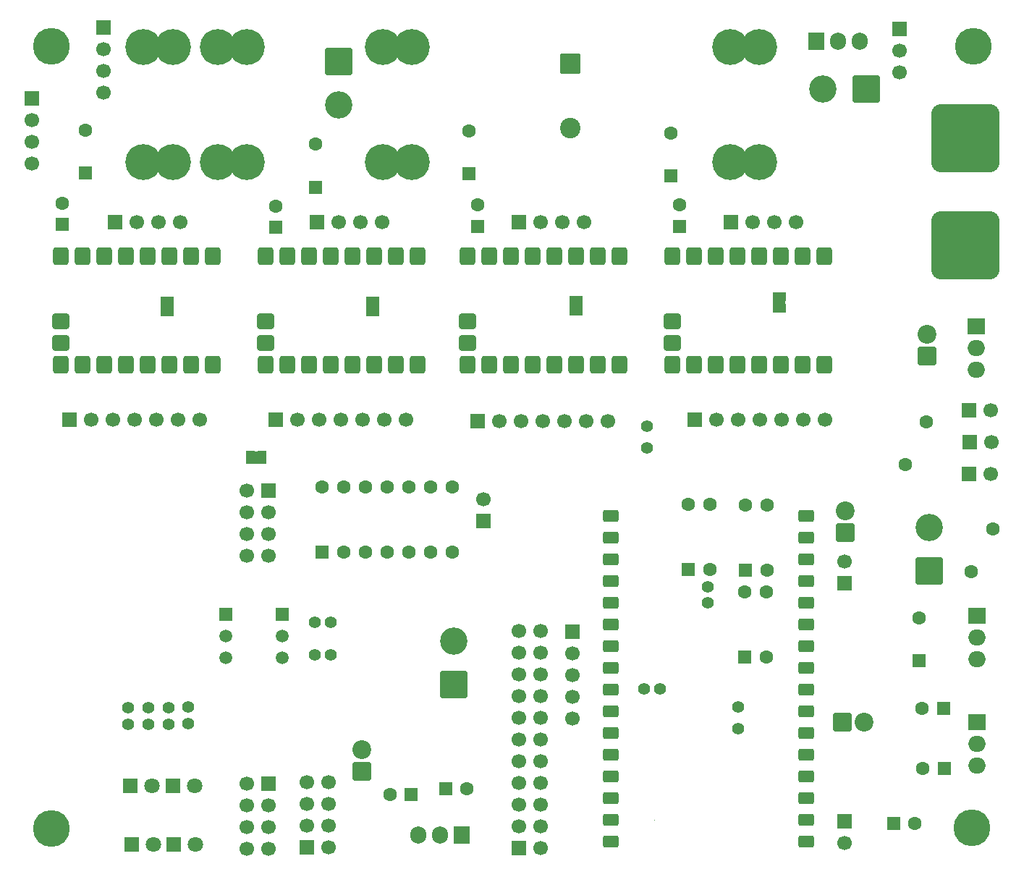
<source format=gbr>
%TF.GenerationSoftware,KiCad,Pcbnew,9.0.2*%
%TF.CreationDate,2025-08-05T21:19:51-07:00*%
%TF.ProjectId,telepresence-bot,74656c65-7072-4657-9365-6e63652d626f,rev?*%
%TF.SameCoordinates,Original*%
%TF.FileFunction,Soldermask,Top*%
%TF.FilePolarity,Negative*%
%FSLAX46Y46*%
G04 Gerber Fmt 4.6, Leading zero omitted, Abs format (unit mm)*
G04 Created by KiCad (PCBNEW 9.0.2) date 2025-08-05 21:19:51*
%MOMM*%
%LPD*%
G01*
G04 APERTURE LIST*
G04 Aperture macros list*
%AMRoundRect*
0 Rectangle with rounded corners*
0 $1 Rounding radius*
0 $2 $3 $4 $5 $6 $7 $8 $9 X,Y pos of 4 corners*
0 Add a 4 corners polygon primitive as box body*
4,1,4,$2,$3,$4,$5,$6,$7,$8,$9,$2,$3,0*
0 Add four circle primitives for the rounded corners*
1,1,$1+$1,$2,$3*
1,1,$1+$1,$4,$5*
1,1,$1+$1,$6,$7*
1,1,$1+$1,$8,$9*
0 Add four rect primitives between the rounded corners*
20,1,$1+$1,$2,$3,$4,$5,0*
20,1,$1+$1,$4,$5,$6,$7,0*
20,1,$1+$1,$6,$7,$8,$9,0*
20,1,$1+$1,$8,$9,$2,$3,0*%
G04 Aperture macros list end*
%ADD10C,0.100000*%
%ADD11RoundRect,0.250000X0.550000X-0.550000X0.550000X0.550000X-0.550000X0.550000X-0.550000X-0.550000X0*%
%ADD12C,1.600000*%
%ADD13C,1.400000*%
%ADD14R,1.500000X1.000000*%
%ADD15O,1.905000X2.000000*%
%ADD16R,1.905000X2.000000*%
%ADD17C,1.700000*%
%ADD18R,1.700000X1.700000*%
%ADD19C,3.200000*%
%ADD20RoundRect,0.250000X1.350000X1.350000X-1.350000X1.350000X-1.350000X-1.350000X1.350000X-1.350000X0*%
%ADD21RoundRect,1.200000X2.800000X-2.800000X2.800000X2.800000X-2.800000X2.800000X-2.800000X-2.800000X0*%
%ADD22C,2.200000*%
%ADD23RoundRect,0.249999X-0.850001X-0.850001X0.850001X-0.850001X0.850001X0.850001X-0.850001X0.850001X0*%
%ADD24RoundRect,0.250000X-1.350000X1.350000X-1.350000X-1.350000X1.350000X-1.350000X1.350000X1.350000X0*%
%ADD25RoundRect,0.233333X0.666667X0.466667X-0.666667X0.466667X-0.666667X-0.466667X0.666667X-0.466667X0*%
%ADD26RoundRect,0.249999X0.850001X-0.850001X0.850001X0.850001X-0.850001X0.850001X-0.850001X-0.850001X0*%
%ADD27RoundRect,0.250000X0.750000X0.650000X-0.750000X0.650000X-0.750000X-0.650000X0.750000X-0.650000X0*%
%ADD28RoundRect,0.250000X0.750000X-0.650000X0.750000X0.650000X-0.750000X0.650000X-0.750000X-0.650000X0*%
%ADD29RoundRect,0.250000X0.650000X-0.750000X0.650000X0.750000X-0.650000X0.750000X-0.650000X-0.750000X0*%
%ADD30RoundRect,0.250000X-0.650000X0.750000X-0.650000X-0.750000X0.650000X-0.750000X0.650000X0.750000X0*%
%ADD31C,2.400000*%
%ADD32RoundRect,0.250001X-0.949999X0.949999X-0.949999X-0.949999X0.949999X-0.949999X0.949999X0.949999X0*%
%ADD33RoundRect,0.250000X0.550000X0.550000X-0.550000X0.550000X-0.550000X-0.550000X0.550000X-0.550000X0*%
%ADD34C,4.200000*%
%ADD35C,1.500000*%
%ADD36R,1.500000X1.500000*%
%ADD37C,4.300000*%
%ADD38C,1.800000*%
%ADD39R,1.800000X1.800000*%
%ADD40RoundRect,0.250000X-0.550000X-0.550000X0.550000X-0.550000X0.550000X0.550000X-0.550000X0.550000X0*%
%ADD41RoundRect,0.250000X1.350000X-1.350000X1.350000X1.350000X-1.350000X1.350000X-1.350000X-1.350000X0*%
%ADD42R,1.000000X1.500000*%
%ADD43O,2.000000X1.905000*%
%ADD44R,2.000000X1.905000*%
G04 APERTURE END LIST*
%TO.C,R83*%
G36*
X30703000Y-46571000D02*
G01*
X29203000Y-46571000D01*
X29203000Y-46871000D01*
X30703000Y-46871000D01*
X30703000Y-46571000D01*
G37*
%TO.C,R68*%
G36*
X54706000Y-46571000D02*
G01*
X53206000Y-46571000D01*
X53206000Y-46871000D01*
X54706000Y-46871000D01*
X54706000Y-46571000D01*
G37*
D10*
X86906000Y-106837000D02*
X86906000Y-106837000D01*
%TO.C,R46*%
G36*
X40201000Y-63677000D02*
G01*
X40501000Y-63677000D01*
X40501000Y-65177000D01*
X40201000Y-65177000D01*
X40201000Y-63677000D01*
G37*
%TO.C,R27*%
G36*
X78545000Y-46527000D02*
G01*
X77045000Y-46527000D01*
X77045000Y-46827000D01*
X78545000Y-46827000D01*
X78545000Y-46527000D01*
G37*
%TO.C,R53*%
G36*
X102276000Y-46127000D02*
G01*
X100776000Y-46127000D01*
X100776000Y-46427000D01*
X102276000Y-46427000D01*
X102276000Y-46127000D01*
G37*
%TD*%
D11*
%TO.C,C15*%
X66275000Y-37385112D03*
D12*
X66275000Y-34885112D03*
%TD*%
D13*
%TO.C,R10*%
X85724800Y-91505500D03*
X87624800Y-91505500D03*
%TD*%
D14*
%TO.C,R83*%
X29953000Y-47371000D03*
X29953000Y-46071000D03*
%TD*%
D15*
%TO.C,U11*%
X59330800Y-108602000D03*
X61870800Y-108602000D03*
D16*
X64410800Y-108602000D03*
%TD*%
D17*
%TO.C,J17*%
X57893000Y-60027000D03*
X55353000Y-60027000D03*
X52813000Y-60027000D03*
X50273000Y-60027000D03*
X47733000Y-60027000D03*
X45193000Y-60027000D03*
D18*
X42653000Y-60027000D03*
%TD*%
D19*
%TO.C,D5*%
X106636000Y-21277000D03*
D20*
X111716000Y-21277000D03*
%TD*%
D21*
%TO.C,J4*%
X123276000Y-27077000D03*
X123276000Y-39577000D03*
%TD*%
D17*
%TO.C,J11*%
X77347200Y-94930200D03*
X77347200Y-92390200D03*
X77347200Y-89850200D03*
X77347200Y-87310200D03*
D18*
X77347200Y-84770200D03*
%TD*%
D17*
%TO.C,J2*%
X126318400Y-58913000D03*
D18*
X123778400Y-58913000D03*
%TD*%
D13*
%TO.C,R41*%
X96726000Y-93607000D03*
X96726000Y-96147000D03*
%TD*%
D22*
%TO.C,D1*%
X111451000Y-95352000D03*
D23*
X108911000Y-95352000D03*
%TD*%
D14*
%TO.C,R68*%
X53956000Y-47371000D03*
X53956000Y-46071000D03*
%TD*%
D19*
%TO.C,D8*%
X49986000Y-23177000D03*
D24*
X49986000Y-18097000D03*
%TD*%
D25*
%TO.C,U1*%
X104686000Y-109377000D03*
X104686000Y-106837000D03*
X104686000Y-104297000D03*
X104686000Y-101757000D03*
X104686000Y-99217000D03*
X104686000Y-96677000D03*
X104686000Y-94137000D03*
X104686000Y-91597000D03*
X104686000Y-89057000D03*
X104686000Y-86517000D03*
X104686000Y-83977000D03*
X104686000Y-81437000D03*
X104686000Y-78897000D03*
X104686000Y-76357000D03*
X104686000Y-73817000D03*
X104686000Y-71277000D03*
X81826000Y-109377000D03*
X81826000Y-106837000D03*
X81826000Y-104297000D03*
X81826000Y-101757000D03*
X81826000Y-99217000D03*
X81826000Y-96677000D03*
X81826000Y-94137000D03*
X81826000Y-91597000D03*
X81826000Y-89057000D03*
X81826000Y-86517000D03*
X81826000Y-83977000D03*
X81826000Y-81437000D03*
X81826000Y-78897000D03*
X81826000Y-76357000D03*
X81826000Y-73817000D03*
X81826000Y-71277000D03*
%TD*%
D22*
%TO.C,D4*%
X118850800Y-50023000D03*
D26*
X118850800Y-52563000D03*
%TD*%
D27*
%TO.C,U13*%
X89045000Y-48497000D03*
D28*
X89045000Y-51037000D03*
D29*
X106825000Y-40877000D03*
X104285000Y-40877000D03*
X101745000Y-40877000D03*
X99205000Y-40877000D03*
X96665000Y-40877000D03*
X94125000Y-40877000D03*
X91585000Y-40877000D03*
X89045000Y-40877000D03*
D30*
X106825000Y-53577000D03*
X104285000Y-53577000D03*
X101745000Y-53577000D03*
X99205000Y-53577000D03*
X96665000Y-53577000D03*
X94125000Y-53577000D03*
X91585000Y-53577000D03*
X89045000Y-53577000D03*
%TD*%
D31*
%TO.C,C17*%
X77126000Y-25877000D03*
D32*
X77126000Y-18377000D03*
%TD*%
D27*
%TO.C,U15*%
X17465000Y-48497000D03*
D28*
X17465000Y-51037000D03*
D29*
X35245000Y-40877000D03*
X32705000Y-40877000D03*
X30165000Y-40877000D03*
X27625000Y-40877000D03*
X25085000Y-40877000D03*
X22545000Y-40877000D03*
X20005000Y-40877000D03*
X17465000Y-40877000D03*
D30*
X35245000Y-53577000D03*
X32705000Y-53577000D03*
X30165000Y-53577000D03*
X27625000Y-53577000D03*
X25085000Y-53577000D03*
X22545000Y-53577000D03*
X20005000Y-53577000D03*
X17465000Y-53577000D03*
%TD*%
D12*
%TO.C,C5*%
X118241200Y-93812600D03*
D33*
X120741200Y-93812600D03*
%TD*%
D13*
%TO.C,R2*%
X27726000Y-95627000D03*
X27726000Y-93727000D03*
%TD*%
D34*
%TO.C,F6*%
X95817000Y-29834000D03*
X99217000Y-29834000D03*
X95817000Y-16364000D03*
X99217000Y-16364000D03*
%TD*%
D12*
%TO.C,U12*%
X90886000Y-69887000D03*
X93426000Y-69887000D03*
X93426000Y-77507000D03*
D11*
X90886000Y-77507000D03*
%TD*%
D35*
%TO.C,Q3*%
X43426000Y-87877000D03*
X43426000Y-85337000D03*
D36*
X43426000Y-82797000D03*
%TD*%
D37*
%TO.C,H2*%
X124076000Y-107777000D03*
%TD*%
D17*
%TO.C,J8*%
X22476000Y-21747000D03*
X22476000Y-19207000D03*
X22476000Y-16667000D03*
D18*
X22476000Y-14127000D03*
%TD*%
D35*
%TO.C,Q4*%
X36816000Y-87867000D03*
X36816000Y-85327000D03*
D36*
X36816000Y-82787000D03*
%TD*%
D13*
%TO.C,R64*%
X32426000Y-93632000D03*
X32426000Y-95532000D03*
%TD*%
D34*
%TO.C,F7*%
X39273000Y-16364000D03*
X35873000Y-16364000D03*
X39273000Y-29834000D03*
X35873000Y-29834000D03*
%TD*%
D12*
%TO.C,U9*%
X48035600Y-67853800D03*
X50575600Y-67853800D03*
X53115600Y-67853800D03*
X55655600Y-67853800D03*
X58195600Y-67853800D03*
X60735600Y-67853800D03*
X63275600Y-67853800D03*
X63275600Y-75473800D03*
X60735600Y-75473800D03*
X58195600Y-75473800D03*
X55655600Y-75473800D03*
X53115600Y-75473800D03*
X50575600Y-75473800D03*
D11*
X48035600Y-75473800D03*
%TD*%
D17*
%TO.C,J3*%
X126313400Y-66380600D03*
D18*
X123773400Y-66380600D03*
%TD*%
D17*
%TO.C,J15*%
X106885000Y-60027000D03*
X104345000Y-60027000D03*
X101805000Y-60027000D03*
X99265000Y-60027000D03*
X96725000Y-60027000D03*
X94185000Y-60027000D03*
D18*
X91645000Y-60027000D03*
%TD*%
D17*
%TO.C,JP2*%
X109201000Y-76587000D03*
D18*
X109201000Y-79127000D03*
%TD*%
D17*
%TO.C,J9*%
X115599600Y-19339800D03*
X115599600Y-16799800D03*
D18*
X115599600Y-14259800D03*
%TD*%
D27*
%TO.C,U7*%
X65075000Y-48497000D03*
D28*
X65075000Y-51037000D03*
D29*
X82855000Y-40877000D03*
X80315000Y-40877000D03*
X77775000Y-40877000D03*
X75235000Y-40877000D03*
X72695000Y-40877000D03*
X70155000Y-40877000D03*
X67615000Y-40877000D03*
X65075000Y-40877000D03*
D30*
X82855000Y-53577000D03*
X80315000Y-53577000D03*
X77775000Y-53577000D03*
X75235000Y-53577000D03*
X72695000Y-53577000D03*
X70155000Y-53577000D03*
X67615000Y-53577000D03*
X65075000Y-53577000D03*
%TD*%
D17*
%TO.C,J20*%
X31475000Y-36877000D03*
X28935000Y-36877000D03*
X26395000Y-36877000D03*
D18*
X23855000Y-36877000D03*
%TD*%
D34*
%TO.C,F4*%
X58545000Y-16364000D03*
X55145000Y-16364000D03*
X58545000Y-29834000D03*
X55145000Y-29834000D03*
%TD*%
D12*
%TO.C,C30*%
X88876000Y-26470651D03*
D11*
X88876000Y-31470651D03*
%TD*%
D12*
%TO.C,C3*%
X118342800Y-100772200D03*
D33*
X120842800Y-100772200D03*
%TD*%
D13*
%TO.C,R14*%
X47181000Y-83677000D03*
X49081000Y-83677000D03*
%TD*%
D22*
%TO.C,D7*%
X52676000Y-98627000D03*
D26*
X52676000Y-101167000D03*
%TD*%
D38*
%TO.C,D2*%
X28186000Y-102827000D03*
D39*
X25646000Y-102827000D03*
%TD*%
D17*
%TO.C,J16*%
X103495000Y-36877000D03*
X100955000Y-36877000D03*
X98415000Y-36877000D03*
D18*
X95875000Y-36877000D03*
%TD*%
D38*
%TO.C,D11*%
X33166000Y-102827000D03*
D39*
X30626000Y-102827000D03*
%TD*%
D22*
%TO.C,D6*%
X109226000Y-70639183D03*
D26*
X109226000Y-73179183D03*
%TD*%
D12*
%TO.C,C1*%
X117901000Y-83227000D03*
D11*
X117901000Y-88227000D03*
%TD*%
D13*
%TO.C,R70*%
X30076000Y-95622000D03*
X30076000Y-93722000D03*
%TD*%
%TO.C,R15*%
X47181000Y-87527000D03*
X49081000Y-87527000D03*
%TD*%
D38*
%TO.C,D10*%
X33266000Y-109677000D03*
D39*
X30726000Y-109677000D03*
%TD*%
D13*
%TO.C,R48*%
X93176000Y-79532000D03*
X93176000Y-81432000D03*
%TD*%
D17*
%TO.C,J12*%
X14076000Y-30047000D03*
X14076000Y-27507000D03*
X14076000Y-24967000D03*
D18*
X14076000Y-22427000D03*
%TD*%
D37*
%TO.C,H3*%
X16376000Y-16277000D03*
%TD*%
D17*
%TO.C,J13*%
X39236000Y-75927000D03*
X41776000Y-75927000D03*
X39236000Y-73387000D03*
X41776000Y-73387000D03*
X39236000Y-70847000D03*
X41776000Y-70847000D03*
X39236000Y-68307000D03*
D18*
X41776000Y-68307000D03*
%TD*%
D12*
%TO.C,C7*%
X117428400Y-107223800D03*
D40*
X114928400Y-107223800D03*
%TD*%
D17*
%TO.C,JP1*%
X109201000Y-109517000D03*
D18*
X109201000Y-106977000D03*
%TD*%
D17*
%TO.C,J19*%
X33763000Y-60027000D03*
X31223000Y-60027000D03*
X28683000Y-60027000D03*
X26143000Y-60027000D03*
X23603000Y-60027000D03*
X21063000Y-60027000D03*
D18*
X18523000Y-60027000D03*
%TD*%
D13*
%TO.C,R47*%
X86084800Y-63331800D03*
X86084800Y-60791800D03*
%TD*%
D12*
%TO.C,U4*%
X97526000Y-80107000D03*
X100066000Y-80107000D03*
X100066000Y-87727000D03*
D11*
X97526000Y-87727000D03*
%TD*%
D19*
%TO.C,D12*%
X119076000Y-72612000D03*
D41*
X119076000Y-77692000D03*
%TD*%
D19*
%TO.C,D9*%
X63426000Y-85927000D03*
D41*
X63426000Y-91007000D03*
%TD*%
D42*
%TO.C,R46*%
X41001000Y-64427000D03*
X39701000Y-64427000D03*
%TD*%
D12*
%TO.C,C37*%
X17634000Y-34656000D03*
D11*
X17634000Y-37156000D03*
%TD*%
D12*
%TO.C,C24*%
X55978000Y-103823218D03*
D33*
X58478000Y-103823218D03*
%TD*%
D12*
%TO.C,F2*%
X124026000Y-77777000D03*
X126526000Y-72777000D03*
%TD*%
D17*
%TO.C,J10*%
X66951000Y-69337000D03*
D18*
X66951000Y-71877000D03*
%TD*%
D38*
%TO.C,D3*%
X28286000Y-109677000D03*
D39*
X25746000Y-109677000D03*
%TD*%
D12*
%TO.C,C34*%
X47276000Y-27777000D03*
D11*
X47276000Y-32777000D03*
%TD*%
D17*
%TO.C,J14*%
X48816000Y-102447000D03*
X46276000Y-102447000D03*
X48816000Y-104987000D03*
X46276000Y-104987000D03*
X48816000Y-107527000D03*
X46276000Y-107527000D03*
X48816000Y-110067000D03*
D18*
X46276000Y-110067000D03*
%TD*%
D34*
%TO.C,F8*%
X30576000Y-16364000D03*
X27176000Y-16364000D03*
X30576000Y-29834000D03*
X27176000Y-29834000D03*
%TD*%
D12*
%TO.C,F1*%
X116276000Y-65273800D03*
X118776000Y-60273800D03*
%TD*%
D43*
%TO.C,U2*%
X124708000Y-88021400D03*
X124708000Y-85481400D03*
D44*
X124708000Y-82941400D03*
%TD*%
D14*
%TO.C,R27*%
X77795000Y-47327000D03*
X77795000Y-46027000D03*
%TD*%
D12*
%TO.C,C38*%
X20376000Y-26089651D03*
D11*
X20376000Y-31089651D03*
%TD*%
D12*
%TO.C,C29*%
X89872112Y-34885112D03*
D11*
X89872112Y-37385112D03*
%TD*%
D12*
%TO.C,C16*%
X65226000Y-26216651D03*
D11*
X65226000Y-31216651D03*
%TD*%
D27*
%TO.C,U14*%
X41425000Y-48497000D03*
D28*
X41425000Y-51037000D03*
D29*
X59205000Y-40877000D03*
X56665000Y-40877000D03*
X54125000Y-40877000D03*
X51585000Y-40877000D03*
X49045000Y-40877000D03*
X46505000Y-40877000D03*
X43965000Y-40877000D03*
X41425000Y-40877000D03*
D30*
X59205000Y-53577000D03*
X56665000Y-53577000D03*
X54125000Y-53577000D03*
X51585000Y-53577000D03*
X49045000Y-53577000D03*
X46505000Y-53577000D03*
X43965000Y-53577000D03*
X41425000Y-53577000D03*
%TD*%
D17*
%TO.C,J1*%
X39236000Y-110207000D03*
X41776000Y-110207000D03*
X39236000Y-107667000D03*
X41776000Y-107667000D03*
X39236000Y-105127000D03*
X41776000Y-105127000D03*
X39236000Y-102587000D03*
D18*
X41776000Y-102587000D03*
%TD*%
D43*
%TO.C,U3*%
X124708000Y-100467400D03*
X124708000Y-97927400D03*
D44*
X124708000Y-95387400D03*
%TD*%
D12*
%TO.C,C33*%
X42653000Y-35012112D03*
D11*
X42653000Y-37512112D03*
%TD*%
D17*
%TO.C,J6*%
X81495000Y-60127000D03*
X78955000Y-60127000D03*
X76415000Y-60127000D03*
X73875000Y-60127000D03*
X71335000Y-60127000D03*
X68795000Y-60127000D03*
D18*
X66255000Y-60127000D03*
%TD*%
D12*
%TO.C,C11*%
X65020400Y-103213618D03*
D40*
X62520400Y-103213618D03*
%TD*%
D15*
%TO.C,Q2*%
X110976800Y-15682200D03*
X108436800Y-15682200D03*
D16*
X105896800Y-15682200D03*
%TD*%
D17*
%TO.C,J7*%
X78665000Y-36877000D03*
X76125000Y-36877000D03*
X73585000Y-36877000D03*
D18*
X71045000Y-36877000D03*
%TD*%
D17*
%TO.C,J5*%
X126338400Y-62647200D03*
D18*
X123798400Y-62647200D03*
%TD*%
D43*
%TO.C,Q1*%
X124606400Y-54188600D03*
X124606400Y-51648600D03*
D44*
X124606400Y-49108600D03*
%TD*%
D12*
%TO.C,U8*%
X97551000Y-70012000D03*
X100091000Y-70012000D03*
X100091000Y-77632000D03*
D11*
X97551000Y-77632000D03*
%TD*%
D17*
%TO.C,U16*%
X73638800Y-84719400D03*
X71098800Y-84719400D03*
X73638800Y-87259400D03*
X71098800Y-87259400D03*
X73638800Y-89799400D03*
X71098800Y-89799400D03*
X73638800Y-92339400D03*
X71098800Y-92339400D03*
X73638800Y-94879400D03*
X71098800Y-94879400D03*
X73638800Y-97419400D03*
X71098800Y-97419400D03*
X73638800Y-99959400D03*
X71098800Y-99959400D03*
X73638800Y-102499400D03*
X71098800Y-102499400D03*
X73638800Y-105039400D03*
X71098800Y-105039400D03*
X73638800Y-107579400D03*
X71098800Y-107579400D03*
X73638800Y-110119400D03*
D18*
X71098800Y-110119400D03*
%TD*%
D13*
%TO.C,R3*%
X25376000Y-95622000D03*
X25376000Y-93722000D03*
%TD*%
D37*
%TO.C,H4*%
X16376000Y-107827000D03*
%TD*%
%TO.C,H1*%
X124226000Y-16277000D03*
%TD*%
D17*
%TO.C,J18*%
X55099000Y-36877000D03*
X52559000Y-36877000D03*
X50019000Y-36877000D03*
D18*
X47479000Y-36877000D03*
%TD*%
D14*
%TO.C,R53*%
X101526000Y-46927000D03*
X101526000Y-45627000D03*
%TD*%
M02*

</source>
